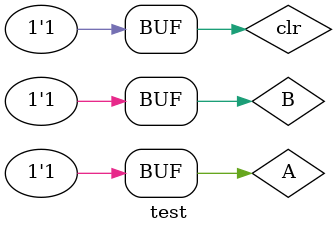
<source format=sv>
`timescale 10ns/1ns

module test;
  
  reg A, B;
  wire out;
  reg clr;
  and_gate DUT (A, B, out);
  
  initial begin
    $monitor($time, " A = %b, B = %b out = %b", A, B, out);
    #5 A = 0; B = 0;
    #2 clr = 0;
    #5 A = 1; B = 0;
    #5 A = 0; B = 1;
    #2 clr = 1;
    #5 A = 1; B = 1;
  end
  
endmodule

</source>
